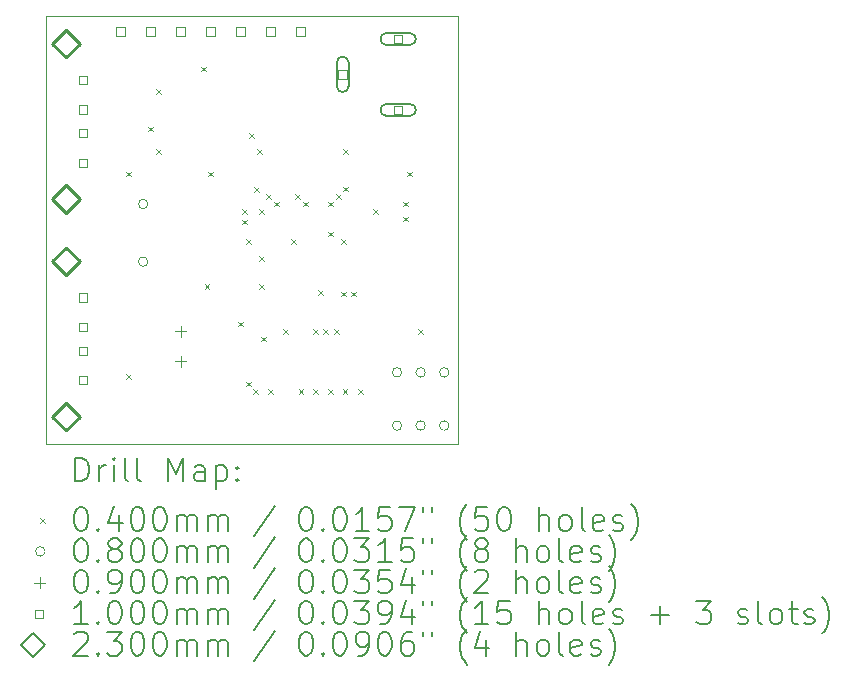
<source format=gbr>
%TF.GenerationSoftware,KiCad,Pcbnew,6.0.8-f2edbf62ab~116~ubuntu22.04.1*%
%TF.CreationDate,2022-10-13T12:47:29+02:00*%
%TF.ProjectId,Dual USB Controller adapter CPC,4475616c-2055-4534-9220-436f6e74726f,0.2*%
%TF.SameCoordinates,Original*%
%TF.FileFunction,Drillmap*%
%TF.FilePolarity,Positive*%
%FSLAX45Y45*%
G04 Gerber Fmt 4.5, Leading zero omitted, Abs format (unit mm)*
G04 Created by KiCad (PCBNEW 6.0.8-f2edbf62ab~116~ubuntu22.04.1) date 2022-10-13 12:47:29*
%MOMM*%
%LPD*%
G01*
G04 APERTURE LIST*
%ADD10C,0.100000*%
%ADD11C,0.200000*%
%ADD12C,0.040000*%
%ADD13C,0.080000*%
%ADD14C,0.090000*%
%ADD15C,0.230000*%
G04 APERTURE END LIST*
D10*
X19939000Y-6286500D02*
X16446500Y-6286500D01*
X19939000Y-9906000D02*
X19939000Y-6286500D01*
X16446500Y-9906000D02*
X19939000Y-9906000D01*
X16446500Y-6286500D02*
X16446500Y-9906000D01*
D11*
D12*
X17125000Y-7600000D02*
X17165000Y-7640000D01*
X17165000Y-7600000D02*
X17125000Y-7640000D01*
X17125000Y-9314500D02*
X17165000Y-9354500D01*
X17165000Y-9314500D02*
X17125000Y-9354500D01*
X17315500Y-7219000D02*
X17355500Y-7259000D01*
X17355500Y-7219000D02*
X17315500Y-7259000D01*
X17379000Y-6901500D02*
X17419000Y-6941500D01*
X17419000Y-6901500D02*
X17379000Y-6941500D01*
X17379001Y-7409500D02*
X17419001Y-7449500D01*
X17419001Y-7409500D02*
X17379001Y-7449500D01*
X17760000Y-6711000D02*
X17800000Y-6751000D01*
X17800000Y-6711000D02*
X17760000Y-6751000D01*
X17791750Y-8552500D02*
X17831750Y-8592500D01*
X17831750Y-8552500D02*
X17791750Y-8592500D01*
X17823500Y-7600000D02*
X17863500Y-7640000D01*
X17863500Y-7600000D02*
X17823500Y-7640000D01*
X18077500Y-8870000D02*
X18117500Y-8910000D01*
X18117500Y-8870000D02*
X18077500Y-8910000D01*
X18109250Y-7917500D02*
X18149250Y-7957500D01*
X18149250Y-7917500D02*
X18109250Y-7957500D01*
X18109250Y-8006400D02*
X18149250Y-8046400D01*
X18149250Y-8006400D02*
X18109250Y-8046400D01*
X18141000Y-8171500D02*
X18181000Y-8211500D01*
X18181000Y-8171500D02*
X18141000Y-8211500D01*
X18141000Y-9378000D02*
X18181000Y-9418000D01*
X18181000Y-9378000D02*
X18141000Y-9418000D01*
X18166400Y-7276150D02*
X18206400Y-7316150D01*
X18206400Y-7276150D02*
X18166400Y-7316150D01*
X18204500Y-9441500D02*
X18244500Y-9481500D01*
X18244500Y-9441500D02*
X18204500Y-9481500D01*
X18210850Y-7733350D02*
X18250850Y-7773350D01*
X18250850Y-7733350D02*
X18210850Y-7773350D01*
X18236250Y-7409500D02*
X18276250Y-7449500D01*
X18276250Y-7409500D02*
X18236250Y-7449500D01*
X18252500Y-7917500D02*
X18292500Y-7957500D01*
X18292500Y-7917500D02*
X18252500Y-7957500D01*
X18252500Y-8317550D02*
X18292500Y-8357550D01*
X18292500Y-8317550D02*
X18252500Y-8357550D01*
X18252500Y-8552500D02*
X18292500Y-8592500D01*
X18292500Y-8552500D02*
X18252500Y-8592500D01*
X18268000Y-8997000D02*
X18308000Y-9037000D01*
X18308000Y-8997000D02*
X18268000Y-9037000D01*
X18312450Y-7790500D02*
X18352450Y-7830500D01*
X18352450Y-7790500D02*
X18312450Y-7830500D01*
X18331500Y-9441500D02*
X18371500Y-9481500D01*
X18371500Y-9441500D02*
X18331500Y-9481500D01*
X18382300Y-7854000D02*
X18422300Y-7894000D01*
X18422300Y-7854000D02*
X18382300Y-7894000D01*
X18458500Y-8933500D02*
X18498500Y-8973500D01*
X18498500Y-8933500D02*
X18458500Y-8973500D01*
X18522000Y-8171500D02*
X18562000Y-8211500D01*
X18562000Y-8171500D02*
X18522000Y-8211500D01*
X18560100Y-7790500D02*
X18600100Y-7830500D01*
X18600100Y-7790500D02*
X18560100Y-7830500D01*
X18587944Y-9443944D02*
X18627944Y-9483944D01*
X18627944Y-9443944D02*
X18587944Y-9483944D01*
X18623600Y-7854000D02*
X18663600Y-7894000D01*
X18663600Y-7854000D02*
X18623600Y-7894000D01*
X18712500Y-8933500D02*
X18752500Y-8973500D01*
X18752500Y-8933500D02*
X18712500Y-8973500D01*
X18712500Y-9441500D02*
X18752500Y-9481500D01*
X18752500Y-9441500D02*
X18712500Y-9481500D01*
X18750600Y-8603300D02*
X18790600Y-8643300D01*
X18790600Y-8603300D02*
X18750600Y-8643300D01*
X18796803Y-8936762D02*
X18836803Y-8976762D01*
X18836803Y-8936762D02*
X18796803Y-8976762D01*
X18839500Y-7854000D02*
X18879500Y-7894000D01*
X18879500Y-7854000D02*
X18839500Y-7894000D01*
X18839500Y-8108000D02*
X18879500Y-8148000D01*
X18879500Y-8108000D02*
X18839500Y-8148000D01*
X18839500Y-9441500D02*
X18879500Y-9481500D01*
X18879500Y-9441500D02*
X18839500Y-9481500D01*
X18890300Y-8933500D02*
X18930300Y-8973500D01*
X18930300Y-8933500D02*
X18890300Y-8973500D01*
X18903000Y-7790500D02*
X18943000Y-7830500D01*
X18943000Y-7790500D02*
X18903000Y-7830500D01*
X18947450Y-8171500D02*
X18987450Y-8211500D01*
X18987450Y-8171500D02*
X18947450Y-8211500D01*
X18947450Y-8616000D02*
X18987450Y-8656000D01*
X18987450Y-8616000D02*
X18947450Y-8656000D01*
X18960500Y-9441500D02*
X19000500Y-9481500D01*
X19000500Y-9441500D02*
X18960500Y-9481500D01*
X18966500Y-7409500D02*
X19006500Y-7449500D01*
X19006500Y-7409500D02*
X18966500Y-7449500D01*
X18966500Y-7727000D02*
X19006500Y-7767000D01*
X19006500Y-7727000D02*
X18966500Y-7767000D01*
X19030000Y-8616000D02*
X19070000Y-8656000D01*
X19070000Y-8616000D02*
X19030000Y-8656000D01*
X19093500Y-9441500D02*
X19133500Y-9481500D01*
X19133500Y-9441500D02*
X19093500Y-9481500D01*
X19220500Y-7917500D02*
X19260500Y-7957500D01*
X19260500Y-7917500D02*
X19220500Y-7957500D01*
X19474500Y-7854000D02*
X19514500Y-7894000D01*
X19514500Y-7854000D02*
X19474500Y-7894000D01*
X19474500Y-7981000D02*
X19514500Y-8021000D01*
X19514500Y-7981000D02*
X19474500Y-8021000D01*
X19504502Y-7599662D02*
X19544502Y-7639662D01*
X19544502Y-7599662D02*
X19504502Y-7639662D01*
X19601500Y-8933500D02*
X19641500Y-8973500D01*
X19641500Y-8933500D02*
X19601500Y-8973500D01*
D13*
X17312000Y-7874000D02*
G75*
G03*
X17312000Y-7874000I-40000J0D01*
G01*
X17312000Y-8362000D02*
G75*
G03*
X17312000Y-8362000I-40000J0D01*
G01*
X19461500Y-9300000D02*
G75*
G03*
X19461500Y-9300000I-40000J0D01*
G01*
X19461500Y-9750000D02*
G75*
G03*
X19461500Y-9750000I-40000J0D01*
G01*
X19661500Y-9300000D02*
G75*
G03*
X19661500Y-9300000I-40000J0D01*
G01*
X19661500Y-9750000D02*
G75*
G03*
X19661500Y-9750000I-40000J0D01*
G01*
X19861500Y-9300000D02*
G75*
G03*
X19861500Y-9300000I-40000J0D01*
G01*
X19861500Y-9750000D02*
G75*
G03*
X19861500Y-9750000I-40000J0D01*
G01*
D14*
X17589500Y-8908500D02*
X17589500Y-8998500D01*
X17544500Y-8953500D02*
X17634500Y-8953500D01*
X17589500Y-9162500D02*
X17589500Y-9252500D01*
X17544500Y-9207500D02*
X17634500Y-9207500D01*
D10*
X16799356Y-6860856D02*
X16799356Y-6790144D01*
X16728644Y-6790144D01*
X16728644Y-6860856D01*
X16799356Y-6860856D01*
X16799356Y-7110856D02*
X16799356Y-7040144D01*
X16728644Y-7040144D01*
X16728644Y-7110856D01*
X16799356Y-7110856D01*
X16799356Y-7310856D02*
X16799356Y-7240144D01*
X16728644Y-7240144D01*
X16728644Y-7310856D01*
X16799356Y-7310856D01*
X16799356Y-7560856D02*
X16799356Y-7490144D01*
X16728644Y-7490144D01*
X16728644Y-7560856D01*
X16799356Y-7560856D01*
X16799356Y-8702356D02*
X16799356Y-8631644D01*
X16728644Y-8631644D01*
X16728644Y-8702356D01*
X16799356Y-8702356D01*
X16799356Y-8952356D02*
X16799356Y-8881644D01*
X16728644Y-8881644D01*
X16728644Y-8952356D01*
X16799356Y-8952356D01*
X16799356Y-9152356D02*
X16799356Y-9081644D01*
X16728644Y-9081644D01*
X16728644Y-9152356D01*
X16799356Y-9152356D01*
X16799356Y-9402356D02*
X16799356Y-9331644D01*
X16728644Y-9331644D01*
X16728644Y-9402356D01*
X16799356Y-9402356D01*
X17116856Y-6448856D02*
X17116856Y-6378144D01*
X17046144Y-6378144D01*
X17046144Y-6448856D01*
X17116856Y-6448856D01*
X17370856Y-6448856D02*
X17370856Y-6378144D01*
X17300144Y-6378144D01*
X17300144Y-6448856D01*
X17370856Y-6448856D01*
X17624856Y-6448856D02*
X17624856Y-6378144D01*
X17554144Y-6378144D01*
X17554144Y-6448856D01*
X17624856Y-6448856D01*
X17878856Y-6448856D02*
X17878856Y-6378144D01*
X17808144Y-6378144D01*
X17808144Y-6448856D01*
X17878856Y-6448856D01*
X18132856Y-6448856D02*
X18132856Y-6378144D01*
X18062144Y-6378144D01*
X18062144Y-6448856D01*
X18132856Y-6448856D01*
X18386856Y-6448856D02*
X18386856Y-6378144D01*
X18316144Y-6378144D01*
X18316144Y-6448856D01*
X18386856Y-6448856D01*
X18640856Y-6448856D02*
X18640856Y-6378144D01*
X18570144Y-6378144D01*
X18570144Y-6448856D01*
X18640856Y-6448856D01*
X18996356Y-6812356D02*
X18996356Y-6741644D01*
X18925644Y-6741644D01*
X18925644Y-6812356D01*
X18996356Y-6812356D01*
D11*
X18911000Y-6677000D02*
X18911000Y-6877000D01*
X19011000Y-6677000D02*
X19011000Y-6877000D01*
X18911000Y-6877000D02*
G75*
G03*
X19011000Y-6877000I50000J0D01*
G01*
X19011000Y-6677000D02*
G75*
G03*
X18911000Y-6677000I-50000J0D01*
G01*
D10*
X19466356Y-6512356D02*
X19466356Y-6441644D01*
X19395644Y-6441644D01*
X19395644Y-6512356D01*
X19466356Y-6512356D01*
D11*
X19531000Y-6427000D02*
X19331000Y-6427000D01*
X19531000Y-6527000D02*
X19331000Y-6527000D01*
X19331000Y-6427000D02*
G75*
G03*
X19331000Y-6527000I0J-50000D01*
G01*
X19531000Y-6527000D02*
G75*
G03*
X19531000Y-6427000I0J50000D01*
G01*
D10*
X19466356Y-7112356D02*
X19466356Y-7041644D01*
X19395644Y-7041644D01*
X19395644Y-7112356D01*
X19466356Y-7112356D01*
D11*
X19531000Y-7027000D02*
X19331000Y-7027000D01*
X19531000Y-7127000D02*
X19331000Y-7127000D01*
X19331000Y-7027000D02*
G75*
G03*
X19331000Y-7127000I0J-50000D01*
G01*
X19531000Y-7127000D02*
G75*
G03*
X19531000Y-7027000I0J50000D01*
G01*
D15*
X16619000Y-6633500D02*
X16734000Y-6518500D01*
X16619000Y-6403500D01*
X16504000Y-6518500D01*
X16619000Y-6633500D01*
X16619000Y-7947500D02*
X16734000Y-7832500D01*
X16619000Y-7717500D01*
X16504000Y-7832500D01*
X16619000Y-7947500D01*
X16619000Y-8475000D02*
X16734000Y-8360000D01*
X16619000Y-8245000D01*
X16504000Y-8360000D01*
X16619000Y-8475000D01*
X16619000Y-9789000D02*
X16734000Y-9674000D01*
X16619000Y-9559000D01*
X16504000Y-9674000D01*
X16619000Y-9789000D01*
D11*
X16699119Y-10221476D02*
X16699119Y-10021476D01*
X16746738Y-10021476D01*
X16775309Y-10031000D01*
X16794357Y-10050048D01*
X16803881Y-10069095D01*
X16813405Y-10107190D01*
X16813405Y-10135762D01*
X16803881Y-10173857D01*
X16794357Y-10192905D01*
X16775309Y-10211952D01*
X16746738Y-10221476D01*
X16699119Y-10221476D01*
X16899119Y-10221476D02*
X16899119Y-10088143D01*
X16899119Y-10126238D02*
X16908643Y-10107190D01*
X16918167Y-10097667D01*
X16937214Y-10088143D01*
X16956262Y-10088143D01*
X17022929Y-10221476D02*
X17022929Y-10088143D01*
X17022929Y-10021476D02*
X17013405Y-10031000D01*
X17022929Y-10040524D01*
X17032452Y-10031000D01*
X17022929Y-10021476D01*
X17022929Y-10040524D01*
X17146738Y-10221476D02*
X17127690Y-10211952D01*
X17118167Y-10192905D01*
X17118167Y-10021476D01*
X17251500Y-10221476D02*
X17232452Y-10211952D01*
X17222929Y-10192905D01*
X17222929Y-10021476D01*
X17480071Y-10221476D02*
X17480071Y-10021476D01*
X17546738Y-10164333D01*
X17613405Y-10021476D01*
X17613405Y-10221476D01*
X17794357Y-10221476D02*
X17794357Y-10116714D01*
X17784833Y-10097667D01*
X17765786Y-10088143D01*
X17727690Y-10088143D01*
X17708643Y-10097667D01*
X17794357Y-10211952D02*
X17775310Y-10221476D01*
X17727690Y-10221476D01*
X17708643Y-10211952D01*
X17699119Y-10192905D01*
X17699119Y-10173857D01*
X17708643Y-10154810D01*
X17727690Y-10145286D01*
X17775310Y-10145286D01*
X17794357Y-10135762D01*
X17889595Y-10088143D02*
X17889595Y-10288143D01*
X17889595Y-10097667D02*
X17908643Y-10088143D01*
X17946738Y-10088143D01*
X17965786Y-10097667D01*
X17975310Y-10107190D01*
X17984833Y-10126238D01*
X17984833Y-10183381D01*
X17975310Y-10202429D01*
X17965786Y-10211952D01*
X17946738Y-10221476D01*
X17908643Y-10221476D01*
X17889595Y-10211952D01*
X18070548Y-10202429D02*
X18080071Y-10211952D01*
X18070548Y-10221476D01*
X18061024Y-10211952D01*
X18070548Y-10202429D01*
X18070548Y-10221476D01*
X18070548Y-10097667D02*
X18080071Y-10107190D01*
X18070548Y-10116714D01*
X18061024Y-10107190D01*
X18070548Y-10097667D01*
X18070548Y-10116714D01*
D12*
X16401500Y-10531000D02*
X16441500Y-10571000D01*
X16441500Y-10531000D02*
X16401500Y-10571000D01*
D11*
X16737214Y-10441476D02*
X16756262Y-10441476D01*
X16775309Y-10451000D01*
X16784833Y-10460524D01*
X16794357Y-10479571D01*
X16803881Y-10517667D01*
X16803881Y-10565286D01*
X16794357Y-10603381D01*
X16784833Y-10622429D01*
X16775309Y-10631952D01*
X16756262Y-10641476D01*
X16737214Y-10641476D01*
X16718167Y-10631952D01*
X16708643Y-10622429D01*
X16699119Y-10603381D01*
X16689595Y-10565286D01*
X16689595Y-10517667D01*
X16699119Y-10479571D01*
X16708643Y-10460524D01*
X16718167Y-10451000D01*
X16737214Y-10441476D01*
X16889595Y-10622429D02*
X16899119Y-10631952D01*
X16889595Y-10641476D01*
X16880071Y-10631952D01*
X16889595Y-10622429D01*
X16889595Y-10641476D01*
X17070548Y-10508143D02*
X17070548Y-10641476D01*
X17022929Y-10431952D02*
X16975310Y-10574810D01*
X17099119Y-10574810D01*
X17213405Y-10441476D02*
X17232452Y-10441476D01*
X17251500Y-10451000D01*
X17261024Y-10460524D01*
X17270548Y-10479571D01*
X17280071Y-10517667D01*
X17280071Y-10565286D01*
X17270548Y-10603381D01*
X17261024Y-10622429D01*
X17251500Y-10631952D01*
X17232452Y-10641476D01*
X17213405Y-10641476D01*
X17194357Y-10631952D01*
X17184833Y-10622429D01*
X17175310Y-10603381D01*
X17165786Y-10565286D01*
X17165786Y-10517667D01*
X17175310Y-10479571D01*
X17184833Y-10460524D01*
X17194357Y-10451000D01*
X17213405Y-10441476D01*
X17403881Y-10441476D02*
X17422929Y-10441476D01*
X17441976Y-10451000D01*
X17451500Y-10460524D01*
X17461024Y-10479571D01*
X17470548Y-10517667D01*
X17470548Y-10565286D01*
X17461024Y-10603381D01*
X17451500Y-10622429D01*
X17441976Y-10631952D01*
X17422929Y-10641476D01*
X17403881Y-10641476D01*
X17384833Y-10631952D01*
X17375310Y-10622429D01*
X17365786Y-10603381D01*
X17356262Y-10565286D01*
X17356262Y-10517667D01*
X17365786Y-10479571D01*
X17375310Y-10460524D01*
X17384833Y-10451000D01*
X17403881Y-10441476D01*
X17556262Y-10641476D02*
X17556262Y-10508143D01*
X17556262Y-10527190D02*
X17565786Y-10517667D01*
X17584833Y-10508143D01*
X17613405Y-10508143D01*
X17632452Y-10517667D01*
X17641976Y-10536714D01*
X17641976Y-10641476D01*
X17641976Y-10536714D02*
X17651500Y-10517667D01*
X17670548Y-10508143D01*
X17699119Y-10508143D01*
X17718167Y-10517667D01*
X17727690Y-10536714D01*
X17727690Y-10641476D01*
X17822929Y-10641476D02*
X17822929Y-10508143D01*
X17822929Y-10527190D02*
X17832452Y-10517667D01*
X17851500Y-10508143D01*
X17880071Y-10508143D01*
X17899119Y-10517667D01*
X17908643Y-10536714D01*
X17908643Y-10641476D01*
X17908643Y-10536714D02*
X17918167Y-10517667D01*
X17937214Y-10508143D01*
X17965786Y-10508143D01*
X17984833Y-10517667D01*
X17994357Y-10536714D01*
X17994357Y-10641476D01*
X18384833Y-10431952D02*
X18213405Y-10689095D01*
X18641976Y-10441476D02*
X18661024Y-10441476D01*
X18680071Y-10451000D01*
X18689595Y-10460524D01*
X18699119Y-10479571D01*
X18708643Y-10517667D01*
X18708643Y-10565286D01*
X18699119Y-10603381D01*
X18689595Y-10622429D01*
X18680071Y-10631952D01*
X18661024Y-10641476D01*
X18641976Y-10641476D01*
X18622929Y-10631952D01*
X18613405Y-10622429D01*
X18603881Y-10603381D01*
X18594357Y-10565286D01*
X18594357Y-10517667D01*
X18603881Y-10479571D01*
X18613405Y-10460524D01*
X18622929Y-10451000D01*
X18641976Y-10441476D01*
X18794357Y-10622429D02*
X18803881Y-10631952D01*
X18794357Y-10641476D01*
X18784833Y-10631952D01*
X18794357Y-10622429D01*
X18794357Y-10641476D01*
X18927690Y-10441476D02*
X18946738Y-10441476D01*
X18965786Y-10451000D01*
X18975310Y-10460524D01*
X18984833Y-10479571D01*
X18994357Y-10517667D01*
X18994357Y-10565286D01*
X18984833Y-10603381D01*
X18975310Y-10622429D01*
X18965786Y-10631952D01*
X18946738Y-10641476D01*
X18927690Y-10641476D01*
X18908643Y-10631952D01*
X18899119Y-10622429D01*
X18889595Y-10603381D01*
X18880071Y-10565286D01*
X18880071Y-10517667D01*
X18889595Y-10479571D01*
X18899119Y-10460524D01*
X18908643Y-10451000D01*
X18927690Y-10441476D01*
X19184833Y-10641476D02*
X19070548Y-10641476D01*
X19127690Y-10641476D02*
X19127690Y-10441476D01*
X19108643Y-10470048D01*
X19089595Y-10489095D01*
X19070548Y-10498619D01*
X19365786Y-10441476D02*
X19270548Y-10441476D01*
X19261024Y-10536714D01*
X19270548Y-10527190D01*
X19289595Y-10517667D01*
X19337214Y-10517667D01*
X19356262Y-10527190D01*
X19365786Y-10536714D01*
X19375310Y-10555762D01*
X19375310Y-10603381D01*
X19365786Y-10622429D01*
X19356262Y-10631952D01*
X19337214Y-10641476D01*
X19289595Y-10641476D01*
X19270548Y-10631952D01*
X19261024Y-10622429D01*
X19441976Y-10441476D02*
X19575310Y-10441476D01*
X19489595Y-10641476D01*
X19641976Y-10441476D02*
X19641976Y-10479571D01*
X19718167Y-10441476D02*
X19718167Y-10479571D01*
X20013405Y-10717667D02*
X20003881Y-10708143D01*
X19984833Y-10679571D01*
X19975310Y-10660524D01*
X19965786Y-10631952D01*
X19956262Y-10584333D01*
X19956262Y-10546238D01*
X19965786Y-10498619D01*
X19975310Y-10470048D01*
X19984833Y-10451000D01*
X20003881Y-10422429D01*
X20013405Y-10412905D01*
X20184833Y-10441476D02*
X20089595Y-10441476D01*
X20080071Y-10536714D01*
X20089595Y-10527190D01*
X20108643Y-10517667D01*
X20156262Y-10517667D01*
X20175310Y-10527190D01*
X20184833Y-10536714D01*
X20194357Y-10555762D01*
X20194357Y-10603381D01*
X20184833Y-10622429D01*
X20175310Y-10631952D01*
X20156262Y-10641476D01*
X20108643Y-10641476D01*
X20089595Y-10631952D01*
X20080071Y-10622429D01*
X20318167Y-10441476D02*
X20337214Y-10441476D01*
X20356262Y-10451000D01*
X20365786Y-10460524D01*
X20375310Y-10479571D01*
X20384833Y-10517667D01*
X20384833Y-10565286D01*
X20375310Y-10603381D01*
X20365786Y-10622429D01*
X20356262Y-10631952D01*
X20337214Y-10641476D01*
X20318167Y-10641476D01*
X20299119Y-10631952D01*
X20289595Y-10622429D01*
X20280071Y-10603381D01*
X20270548Y-10565286D01*
X20270548Y-10517667D01*
X20280071Y-10479571D01*
X20289595Y-10460524D01*
X20299119Y-10451000D01*
X20318167Y-10441476D01*
X20622929Y-10641476D02*
X20622929Y-10441476D01*
X20708643Y-10641476D02*
X20708643Y-10536714D01*
X20699119Y-10517667D01*
X20680071Y-10508143D01*
X20651500Y-10508143D01*
X20632452Y-10517667D01*
X20622929Y-10527190D01*
X20832452Y-10641476D02*
X20813405Y-10631952D01*
X20803881Y-10622429D01*
X20794357Y-10603381D01*
X20794357Y-10546238D01*
X20803881Y-10527190D01*
X20813405Y-10517667D01*
X20832452Y-10508143D01*
X20861024Y-10508143D01*
X20880071Y-10517667D01*
X20889595Y-10527190D01*
X20899119Y-10546238D01*
X20899119Y-10603381D01*
X20889595Y-10622429D01*
X20880071Y-10631952D01*
X20861024Y-10641476D01*
X20832452Y-10641476D01*
X21013405Y-10641476D02*
X20994357Y-10631952D01*
X20984833Y-10612905D01*
X20984833Y-10441476D01*
X21165786Y-10631952D02*
X21146738Y-10641476D01*
X21108643Y-10641476D01*
X21089595Y-10631952D01*
X21080071Y-10612905D01*
X21080071Y-10536714D01*
X21089595Y-10517667D01*
X21108643Y-10508143D01*
X21146738Y-10508143D01*
X21165786Y-10517667D01*
X21175310Y-10536714D01*
X21175310Y-10555762D01*
X21080071Y-10574810D01*
X21251500Y-10631952D02*
X21270548Y-10641476D01*
X21308643Y-10641476D01*
X21327690Y-10631952D01*
X21337214Y-10612905D01*
X21337214Y-10603381D01*
X21327690Y-10584333D01*
X21308643Y-10574810D01*
X21280071Y-10574810D01*
X21261024Y-10565286D01*
X21251500Y-10546238D01*
X21251500Y-10536714D01*
X21261024Y-10517667D01*
X21280071Y-10508143D01*
X21308643Y-10508143D01*
X21327690Y-10517667D01*
X21403881Y-10717667D02*
X21413405Y-10708143D01*
X21432452Y-10679571D01*
X21441976Y-10660524D01*
X21451500Y-10631952D01*
X21461024Y-10584333D01*
X21461024Y-10546238D01*
X21451500Y-10498619D01*
X21441976Y-10470048D01*
X21432452Y-10451000D01*
X21413405Y-10422429D01*
X21403881Y-10412905D01*
D13*
X16441500Y-10815000D02*
G75*
G03*
X16441500Y-10815000I-40000J0D01*
G01*
D11*
X16737214Y-10705476D02*
X16756262Y-10705476D01*
X16775309Y-10715000D01*
X16784833Y-10724524D01*
X16794357Y-10743571D01*
X16803881Y-10781667D01*
X16803881Y-10829286D01*
X16794357Y-10867381D01*
X16784833Y-10886429D01*
X16775309Y-10895952D01*
X16756262Y-10905476D01*
X16737214Y-10905476D01*
X16718167Y-10895952D01*
X16708643Y-10886429D01*
X16699119Y-10867381D01*
X16689595Y-10829286D01*
X16689595Y-10781667D01*
X16699119Y-10743571D01*
X16708643Y-10724524D01*
X16718167Y-10715000D01*
X16737214Y-10705476D01*
X16889595Y-10886429D02*
X16899119Y-10895952D01*
X16889595Y-10905476D01*
X16880071Y-10895952D01*
X16889595Y-10886429D01*
X16889595Y-10905476D01*
X17013405Y-10791190D02*
X16994357Y-10781667D01*
X16984833Y-10772143D01*
X16975310Y-10753095D01*
X16975310Y-10743571D01*
X16984833Y-10724524D01*
X16994357Y-10715000D01*
X17013405Y-10705476D01*
X17051500Y-10705476D01*
X17070548Y-10715000D01*
X17080071Y-10724524D01*
X17089595Y-10743571D01*
X17089595Y-10753095D01*
X17080071Y-10772143D01*
X17070548Y-10781667D01*
X17051500Y-10791190D01*
X17013405Y-10791190D01*
X16994357Y-10800714D01*
X16984833Y-10810238D01*
X16975310Y-10829286D01*
X16975310Y-10867381D01*
X16984833Y-10886429D01*
X16994357Y-10895952D01*
X17013405Y-10905476D01*
X17051500Y-10905476D01*
X17070548Y-10895952D01*
X17080071Y-10886429D01*
X17089595Y-10867381D01*
X17089595Y-10829286D01*
X17080071Y-10810238D01*
X17070548Y-10800714D01*
X17051500Y-10791190D01*
X17213405Y-10705476D02*
X17232452Y-10705476D01*
X17251500Y-10715000D01*
X17261024Y-10724524D01*
X17270548Y-10743571D01*
X17280071Y-10781667D01*
X17280071Y-10829286D01*
X17270548Y-10867381D01*
X17261024Y-10886429D01*
X17251500Y-10895952D01*
X17232452Y-10905476D01*
X17213405Y-10905476D01*
X17194357Y-10895952D01*
X17184833Y-10886429D01*
X17175310Y-10867381D01*
X17165786Y-10829286D01*
X17165786Y-10781667D01*
X17175310Y-10743571D01*
X17184833Y-10724524D01*
X17194357Y-10715000D01*
X17213405Y-10705476D01*
X17403881Y-10705476D02*
X17422929Y-10705476D01*
X17441976Y-10715000D01*
X17451500Y-10724524D01*
X17461024Y-10743571D01*
X17470548Y-10781667D01*
X17470548Y-10829286D01*
X17461024Y-10867381D01*
X17451500Y-10886429D01*
X17441976Y-10895952D01*
X17422929Y-10905476D01*
X17403881Y-10905476D01*
X17384833Y-10895952D01*
X17375310Y-10886429D01*
X17365786Y-10867381D01*
X17356262Y-10829286D01*
X17356262Y-10781667D01*
X17365786Y-10743571D01*
X17375310Y-10724524D01*
X17384833Y-10715000D01*
X17403881Y-10705476D01*
X17556262Y-10905476D02*
X17556262Y-10772143D01*
X17556262Y-10791190D02*
X17565786Y-10781667D01*
X17584833Y-10772143D01*
X17613405Y-10772143D01*
X17632452Y-10781667D01*
X17641976Y-10800714D01*
X17641976Y-10905476D01*
X17641976Y-10800714D02*
X17651500Y-10781667D01*
X17670548Y-10772143D01*
X17699119Y-10772143D01*
X17718167Y-10781667D01*
X17727690Y-10800714D01*
X17727690Y-10905476D01*
X17822929Y-10905476D02*
X17822929Y-10772143D01*
X17822929Y-10791190D02*
X17832452Y-10781667D01*
X17851500Y-10772143D01*
X17880071Y-10772143D01*
X17899119Y-10781667D01*
X17908643Y-10800714D01*
X17908643Y-10905476D01*
X17908643Y-10800714D02*
X17918167Y-10781667D01*
X17937214Y-10772143D01*
X17965786Y-10772143D01*
X17984833Y-10781667D01*
X17994357Y-10800714D01*
X17994357Y-10905476D01*
X18384833Y-10695952D02*
X18213405Y-10953095D01*
X18641976Y-10705476D02*
X18661024Y-10705476D01*
X18680071Y-10715000D01*
X18689595Y-10724524D01*
X18699119Y-10743571D01*
X18708643Y-10781667D01*
X18708643Y-10829286D01*
X18699119Y-10867381D01*
X18689595Y-10886429D01*
X18680071Y-10895952D01*
X18661024Y-10905476D01*
X18641976Y-10905476D01*
X18622929Y-10895952D01*
X18613405Y-10886429D01*
X18603881Y-10867381D01*
X18594357Y-10829286D01*
X18594357Y-10781667D01*
X18603881Y-10743571D01*
X18613405Y-10724524D01*
X18622929Y-10715000D01*
X18641976Y-10705476D01*
X18794357Y-10886429D02*
X18803881Y-10895952D01*
X18794357Y-10905476D01*
X18784833Y-10895952D01*
X18794357Y-10886429D01*
X18794357Y-10905476D01*
X18927690Y-10705476D02*
X18946738Y-10705476D01*
X18965786Y-10715000D01*
X18975310Y-10724524D01*
X18984833Y-10743571D01*
X18994357Y-10781667D01*
X18994357Y-10829286D01*
X18984833Y-10867381D01*
X18975310Y-10886429D01*
X18965786Y-10895952D01*
X18946738Y-10905476D01*
X18927690Y-10905476D01*
X18908643Y-10895952D01*
X18899119Y-10886429D01*
X18889595Y-10867381D01*
X18880071Y-10829286D01*
X18880071Y-10781667D01*
X18889595Y-10743571D01*
X18899119Y-10724524D01*
X18908643Y-10715000D01*
X18927690Y-10705476D01*
X19061024Y-10705476D02*
X19184833Y-10705476D01*
X19118167Y-10781667D01*
X19146738Y-10781667D01*
X19165786Y-10791190D01*
X19175310Y-10800714D01*
X19184833Y-10819762D01*
X19184833Y-10867381D01*
X19175310Y-10886429D01*
X19165786Y-10895952D01*
X19146738Y-10905476D01*
X19089595Y-10905476D01*
X19070548Y-10895952D01*
X19061024Y-10886429D01*
X19375310Y-10905476D02*
X19261024Y-10905476D01*
X19318167Y-10905476D02*
X19318167Y-10705476D01*
X19299119Y-10734048D01*
X19280071Y-10753095D01*
X19261024Y-10762619D01*
X19556262Y-10705476D02*
X19461024Y-10705476D01*
X19451500Y-10800714D01*
X19461024Y-10791190D01*
X19480071Y-10781667D01*
X19527690Y-10781667D01*
X19546738Y-10791190D01*
X19556262Y-10800714D01*
X19565786Y-10819762D01*
X19565786Y-10867381D01*
X19556262Y-10886429D01*
X19546738Y-10895952D01*
X19527690Y-10905476D01*
X19480071Y-10905476D01*
X19461024Y-10895952D01*
X19451500Y-10886429D01*
X19641976Y-10705476D02*
X19641976Y-10743571D01*
X19718167Y-10705476D02*
X19718167Y-10743571D01*
X20013405Y-10981667D02*
X20003881Y-10972143D01*
X19984833Y-10943571D01*
X19975310Y-10924524D01*
X19965786Y-10895952D01*
X19956262Y-10848333D01*
X19956262Y-10810238D01*
X19965786Y-10762619D01*
X19975310Y-10734048D01*
X19984833Y-10715000D01*
X20003881Y-10686429D01*
X20013405Y-10676905D01*
X20118167Y-10791190D02*
X20099119Y-10781667D01*
X20089595Y-10772143D01*
X20080071Y-10753095D01*
X20080071Y-10743571D01*
X20089595Y-10724524D01*
X20099119Y-10715000D01*
X20118167Y-10705476D01*
X20156262Y-10705476D01*
X20175310Y-10715000D01*
X20184833Y-10724524D01*
X20194357Y-10743571D01*
X20194357Y-10753095D01*
X20184833Y-10772143D01*
X20175310Y-10781667D01*
X20156262Y-10791190D01*
X20118167Y-10791190D01*
X20099119Y-10800714D01*
X20089595Y-10810238D01*
X20080071Y-10829286D01*
X20080071Y-10867381D01*
X20089595Y-10886429D01*
X20099119Y-10895952D01*
X20118167Y-10905476D01*
X20156262Y-10905476D01*
X20175310Y-10895952D01*
X20184833Y-10886429D01*
X20194357Y-10867381D01*
X20194357Y-10829286D01*
X20184833Y-10810238D01*
X20175310Y-10800714D01*
X20156262Y-10791190D01*
X20432452Y-10905476D02*
X20432452Y-10705476D01*
X20518167Y-10905476D02*
X20518167Y-10800714D01*
X20508643Y-10781667D01*
X20489595Y-10772143D01*
X20461024Y-10772143D01*
X20441976Y-10781667D01*
X20432452Y-10791190D01*
X20641976Y-10905476D02*
X20622929Y-10895952D01*
X20613405Y-10886429D01*
X20603881Y-10867381D01*
X20603881Y-10810238D01*
X20613405Y-10791190D01*
X20622929Y-10781667D01*
X20641976Y-10772143D01*
X20670548Y-10772143D01*
X20689595Y-10781667D01*
X20699119Y-10791190D01*
X20708643Y-10810238D01*
X20708643Y-10867381D01*
X20699119Y-10886429D01*
X20689595Y-10895952D01*
X20670548Y-10905476D01*
X20641976Y-10905476D01*
X20822929Y-10905476D02*
X20803881Y-10895952D01*
X20794357Y-10876905D01*
X20794357Y-10705476D01*
X20975310Y-10895952D02*
X20956262Y-10905476D01*
X20918167Y-10905476D01*
X20899119Y-10895952D01*
X20889595Y-10876905D01*
X20889595Y-10800714D01*
X20899119Y-10781667D01*
X20918167Y-10772143D01*
X20956262Y-10772143D01*
X20975310Y-10781667D01*
X20984833Y-10800714D01*
X20984833Y-10819762D01*
X20889595Y-10838810D01*
X21061024Y-10895952D02*
X21080071Y-10905476D01*
X21118167Y-10905476D01*
X21137214Y-10895952D01*
X21146738Y-10876905D01*
X21146738Y-10867381D01*
X21137214Y-10848333D01*
X21118167Y-10838810D01*
X21089595Y-10838810D01*
X21070548Y-10829286D01*
X21061024Y-10810238D01*
X21061024Y-10800714D01*
X21070548Y-10781667D01*
X21089595Y-10772143D01*
X21118167Y-10772143D01*
X21137214Y-10781667D01*
X21213405Y-10981667D02*
X21222929Y-10972143D01*
X21241976Y-10943571D01*
X21251500Y-10924524D01*
X21261024Y-10895952D01*
X21270548Y-10848333D01*
X21270548Y-10810238D01*
X21261024Y-10762619D01*
X21251500Y-10734048D01*
X21241976Y-10715000D01*
X21222929Y-10686429D01*
X21213405Y-10676905D01*
D14*
X16396500Y-11034000D02*
X16396500Y-11124000D01*
X16351500Y-11079000D02*
X16441500Y-11079000D01*
D11*
X16737214Y-10969476D02*
X16756262Y-10969476D01*
X16775309Y-10979000D01*
X16784833Y-10988524D01*
X16794357Y-11007571D01*
X16803881Y-11045667D01*
X16803881Y-11093286D01*
X16794357Y-11131381D01*
X16784833Y-11150429D01*
X16775309Y-11159952D01*
X16756262Y-11169476D01*
X16737214Y-11169476D01*
X16718167Y-11159952D01*
X16708643Y-11150429D01*
X16699119Y-11131381D01*
X16689595Y-11093286D01*
X16689595Y-11045667D01*
X16699119Y-11007571D01*
X16708643Y-10988524D01*
X16718167Y-10979000D01*
X16737214Y-10969476D01*
X16889595Y-11150429D02*
X16899119Y-11159952D01*
X16889595Y-11169476D01*
X16880071Y-11159952D01*
X16889595Y-11150429D01*
X16889595Y-11169476D01*
X16994357Y-11169476D02*
X17032452Y-11169476D01*
X17051500Y-11159952D01*
X17061024Y-11150429D01*
X17080071Y-11121857D01*
X17089595Y-11083762D01*
X17089595Y-11007571D01*
X17080071Y-10988524D01*
X17070548Y-10979000D01*
X17051500Y-10969476D01*
X17013405Y-10969476D01*
X16994357Y-10979000D01*
X16984833Y-10988524D01*
X16975310Y-11007571D01*
X16975310Y-11055190D01*
X16984833Y-11074238D01*
X16994357Y-11083762D01*
X17013405Y-11093286D01*
X17051500Y-11093286D01*
X17070548Y-11083762D01*
X17080071Y-11074238D01*
X17089595Y-11055190D01*
X17213405Y-10969476D02*
X17232452Y-10969476D01*
X17251500Y-10979000D01*
X17261024Y-10988524D01*
X17270548Y-11007571D01*
X17280071Y-11045667D01*
X17280071Y-11093286D01*
X17270548Y-11131381D01*
X17261024Y-11150429D01*
X17251500Y-11159952D01*
X17232452Y-11169476D01*
X17213405Y-11169476D01*
X17194357Y-11159952D01*
X17184833Y-11150429D01*
X17175310Y-11131381D01*
X17165786Y-11093286D01*
X17165786Y-11045667D01*
X17175310Y-11007571D01*
X17184833Y-10988524D01*
X17194357Y-10979000D01*
X17213405Y-10969476D01*
X17403881Y-10969476D02*
X17422929Y-10969476D01*
X17441976Y-10979000D01*
X17451500Y-10988524D01*
X17461024Y-11007571D01*
X17470548Y-11045667D01*
X17470548Y-11093286D01*
X17461024Y-11131381D01*
X17451500Y-11150429D01*
X17441976Y-11159952D01*
X17422929Y-11169476D01*
X17403881Y-11169476D01*
X17384833Y-11159952D01*
X17375310Y-11150429D01*
X17365786Y-11131381D01*
X17356262Y-11093286D01*
X17356262Y-11045667D01*
X17365786Y-11007571D01*
X17375310Y-10988524D01*
X17384833Y-10979000D01*
X17403881Y-10969476D01*
X17556262Y-11169476D02*
X17556262Y-11036143D01*
X17556262Y-11055190D02*
X17565786Y-11045667D01*
X17584833Y-11036143D01*
X17613405Y-11036143D01*
X17632452Y-11045667D01*
X17641976Y-11064714D01*
X17641976Y-11169476D01*
X17641976Y-11064714D02*
X17651500Y-11045667D01*
X17670548Y-11036143D01*
X17699119Y-11036143D01*
X17718167Y-11045667D01*
X17727690Y-11064714D01*
X17727690Y-11169476D01*
X17822929Y-11169476D02*
X17822929Y-11036143D01*
X17822929Y-11055190D02*
X17832452Y-11045667D01*
X17851500Y-11036143D01*
X17880071Y-11036143D01*
X17899119Y-11045667D01*
X17908643Y-11064714D01*
X17908643Y-11169476D01*
X17908643Y-11064714D02*
X17918167Y-11045667D01*
X17937214Y-11036143D01*
X17965786Y-11036143D01*
X17984833Y-11045667D01*
X17994357Y-11064714D01*
X17994357Y-11169476D01*
X18384833Y-10959952D02*
X18213405Y-11217095D01*
X18641976Y-10969476D02*
X18661024Y-10969476D01*
X18680071Y-10979000D01*
X18689595Y-10988524D01*
X18699119Y-11007571D01*
X18708643Y-11045667D01*
X18708643Y-11093286D01*
X18699119Y-11131381D01*
X18689595Y-11150429D01*
X18680071Y-11159952D01*
X18661024Y-11169476D01*
X18641976Y-11169476D01*
X18622929Y-11159952D01*
X18613405Y-11150429D01*
X18603881Y-11131381D01*
X18594357Y-11093286D01*
X18594357Y-11045667D01*
X18603881Y-11007571D01*
X18613405Y-10988524D01*
X18622929Y-10979000D01*
X18641976Y-10969476D01*
X18794357Y-11150429D02*
X18803881Y-11159952D01*
X18794357Y-11169476D01*
X18784833Y-11159952D01*
X18794357Y-11150429D01*
X18794357Y-11169476D01*
X18927690Y-10969476D02*
X18946738Y-10969476D01*
X18965786Y-10979000D01*
X18975310Y-10988524D01*
X18984833Y-11007571D01*
X18994357Y-11045667D01*
X18994357Y-11093286D01*
X18984833Y-11131381D01*
X18975310Y-11150429D01*
X18965786Y-11159952D01*
X18946738Y-11169476D01*
X18927690Y-11169476D01*
X18908643Y-11159952D01*
X18899119Y-11150429D01*
X18889595Y-11131381D01*
X18880071Y-11093286D01*
X18880071Y-11045667D01*
X18889595Y-11007571D01*
X18899119Y-10988524D01*
X18908643Y-10979000D01*
X18927690Y-10969476D01*
X19061024Y-10969476D02*
X19184833Y-10969476D01*
X19118167Y-11045667D01*
X19146738Y-11045667D01*
X19165786Y-11055190D01*
X19175310Y-11064714D01*
X19184833Y-11083762D01*
X19184833Y-11131381D01*
X19175310Y-11150429D01*
X19165786Y-11159952D01*
X19146738Y-11169476D01*
X19089595Y-11169476D01*
X19070548Y-11159952D01*
X19061024Y-11150429D01*
X19365786Y-10969476D02*
X19270548Y-10969476D01*
X19261024Y-11064714D01*
X19270548Y-11055190D01*
X19289595Y-11045667D01*
X19337214Y-11045667D01*
X19356262Y-11055190D01*
X19365786Y-11064714D01*
X19375310Y-11083762D01*
X19375310Y-11131381D01*
X19365786Y-11150429D01*
X19356262Y-11159952D01*
X19337214Y-11169476D01*
X19289595Y-11169476D01*
X19270548Y-11159952D01*
X19261024Y-11150429D01*
X19546738Y-11036143D02*
X19546738Y-11169476D01*
X19499119Y-10959952D02*
X19451500Y-11102810D01*
X19575310Y-11102810D01*
X19641976Y-10969476D02*
X19641976Y-11007571D01*
X19718167Y-10969476D02*
X19718167Y-11007571D01*
X20013405Y-11245667D02*
X20003881Y-11236143D01*
X19984833Y-11207571D01*
X19975310Y-11188524D01*
X19965786Y-11159952D01*
X19956262Y-11112333D01*
X19956262Y-11074238D01*
X19965786Y-11026619D01*
X19975310Y-10998048D01*
X19984833Y-10979000D01*
X20003881Y-10950429D01*
X20013405Y-10940905D01*
X20080071Y-10988524D02*
X20089595Y-10979000D01*
X20108643Y-10969476D01*
X20156262Y-10969476D01*
X20175310Y-10979000D01*
X20184833Y-10988524D01*
X20194357Y-11007571D01*
X20194357Y-11026619D01*
X20184833Y-11055190D01*
X20070548Y-11169476D01*
X20194357Y-11169476D01*
X20432452Y-11169476D02*
X20432452Y-10969476D01*
X20518167Y-11169476D02*
X20518167Y-11064714D01*
X20508643Y-11045667D01*
X20489595Y-11036143D01*
X20461024Y-11036143D01*
X20441976Y-11045667D01*
X20432452Y-11055190D01*
X20641976Y-11169476D02*
X20622929Y-11159952D01*
X20613405Y-11150429D01*
X20603881Y-11131381D01*
X20603881Y-11074238D01*
X20613405Y-11055190D01*
X20622929Y-11045667D01*
X20641976Y-11036143D01*
X20670548Y-11036143D01*
X20689595Y-11045667D01*
X20699119Y-11055190D01*
X20708643Y-11074238D01*
X20708643Y-11131381D01*
X20699119Y-11150429D01*
X20689595Y-11159952D01*
X20670548Y-11169476D01*
X20641976Y-11169476D01*
X20822929Y-11169476D02*
X20803881Y-11159952D01*
X20794357Y-11140905D01*
X20794357Y-10969476D01*
X20975310Y-11159952D02*
X20956262Y-11169476D01*
X20918167Y-11169476D01*
X20899119Y-11159952D01*
X20889595Y-11140905D01*
X20889595Y-11064714D01*
X20899119Y-11045667D01*
X20918167Y-11036143D01*
X20956262Y-11036143D01*
X20975310Y-11045667D01*
X20984833Y-11064714D01*
X20984833Y-11083762D01*
X20889595Y-11102810D01*
X21061024Y-11159952D02*
X21080071Y-11169476D01*
X21118167Y-11169476D01*
X21137214Y-11159952D01*
X21146738Y-11140905D01*
X21146738Y-11131381D01*
X21137214Y-11112333D01*
X21118167Y-11102810D01*
X21089595Y-11102810D01*
X21070548Y-11093286D01*
X21061024Y-11074238D01*
X21061024Y-11064714D01*
X21070548Y-11045667D01*
X21089595Y-11036143D01*
X21118167Y-11036143D01*
X21137214Y-11045667D01*
X21213405Y-11245667D02*
X21222929Y-11236143D01*
X21241976Y-11207571D01*
X21251500Y-11188524D01*
X21261024Y-11159952D01*
X21270548Y-11112333D01*
X21270548Y-11074238D01*
X21261024Y-11026619D01*
X21251500Y-10998048D01*
X21241976Y-10979000D01*
X21222929Y-10950429D01*
X21213405Y-10940905D01*
D10*
X16426856Y-11378356D02*
X16426856Y-11307644D01*
X16356144Y-11307644D01*
X16356144Y-11378356D01*
X16426856Y-11378356D01*
D11*
X16803881Y-11433476D02*
X16689595Y-11433476D01*
X16746738Y-11433476D02*
X16746738Y-11233476D01*
X16727690Y-11262048D01*
X16708643Y-11281095D01*
X16689595Y-11290619D01*
X16889595Y-11414428D02*
X16899119Y-11423952D01*
X16889595Y-11433476D01*
X16880071Y-11423952D01*
X16889595Y-11414428D01*
X16889595Y-11433476D01*
X17022929Y-11233476D02*
X17041976Y-11233476D01*
X17061024Y-11243000D01*
X17070548Y-11252524D01*
X17080071Y-11271571D01*
X17089595Y-11309667D01*
X17089595Y-11357286D01*
X17080071Y-11395381D01*
X17070548Y-11414428D01*
X17061024Y-11423952D01*
X17041976Y-11433476D01*
X17022929Y-11433476D01*
X17003881Y-11423952D01*
X16994357Y-11414428D01*
X16984833Y-11395381D01*
X16975310Y-11357286D01*
X16975310Y-11309667D01*
X16984833Y-11271571D01*
X16994357Y-11252524D01*
X17003881Y-11243000D01*
X17022929Y-11233476D01*
X17213405Y-11233476D02*
X17232452Y-11233476D01*
X17251500Y-11243000D01*
X17261024Y-11252524D01*
X17270548Y-11271571D01*
X17280071Y-11309667D01*
X17280071Y-11357286D01*
X17270548Y-11395381D01*
X17261024Y-11414428D01*
X17251500Y-11423952D01*
X17232452Y-11433476D01*
X17213405Y-11433476D01*
X17194357Y-11423952D01*
X17184833Y-11414428D01*
X17175310Y-11395381D01*
X17165786Y-11357286D01*
X17165786Y-11309667D01*
X17175310Y-11271571D01*
X17184833Y-11252524D01*
X17194357Y-11243000D01*
X17213405Y-11233476D01*
X17403881Y-11233476D02*
X17422929Y-11233476D01*
X17441976Y-11243000D01*
X17451500Y-11252524D01*
X17461024Y-11271571D01*
X17470548Y-11309667D01*
X17470548Y-11357286D01*
X17461024Y-11395381D01*
X17451500Y-11414428D01*
X17441976Y-11423952D01*
X17422929Y-11433476D01*
X17403881Y-11433476D01*
X17384833Y-11423952D01*
X17375310Y-11414428D01*
X17365786Y-11395381D01*
X17356262Y-11357286D01*
X17356262Y-11309667D01*
X17365786Y-11271571D01*
X17375310Y-11252524D01*
X17384833Y-11243000D01*
X17403881Y-11233476D01*
X17556262Y-11433476D02*
X17556262Y-11300143D01*
X17556262Y-11319190D02*
X17565786Y-11309667D01*
X17584833Y-11300143D01*
X17613405Y-11300143D01*
X17632452Y-11309667D01*
X17641976Y-11328714D01*
X17641976Y-11433476D01*
X17641976Y-11328714D02*
X17651500Y-11309667D01*
X17670548Y-11300143D01*
X17699119Y-11300143D01*
X17718167Y-11309667D01*
X17727690Y-11328714D01*
X17727690Y-11433476D01*
X17822929Y-11433476D02*
X17822929Y-11300143D01*
X17822929Y-11319190D02*
X17832452Y-11309667D01*
X17851500Y-11300143D01*
X17880071Y-11300143D01*
X17899119Y-11309667D01*
X17908643Y-11328714D01*
X17908643Y-11433476D01*
X17908643Y-11328714D02*
X17918167Y-11309667D01*
X17937214Y-11300143D01*
X17965786Y-11300143D01*
X17984833Y-11309667D01*
X17994357Y-11328714D01*
X17994357Y-11433476D01*
X18384833Y-11223952D02*
X18213405Y-11481095D01*
X18641976Y-11233476D02*
X18661024Y-11233476D01*
X18680071Y-11243000D01*
X18689595Y-11252524D01*
X18699119Y-11271571D01*
X18708643Y-11309667D01*
X18708643Y-11357286D01*
X18699119Y-11395381D01*
X18689595Y-11414428D01*
X18680071Y-11423952D01*
X18661024Y-11433476D01*
X18641976Y-11433476D01*
X18622929Y-11423952D01*
X18613405Y-11414428D01*
X18603881Y-11395381D01*
X18594357Y-11357286D01*
X18594357Y-11309667D01*
X18603881Y-11271571D01*
X18613405Y-11252524D01*
X18622929Y-11243000D01*
X18641976Y-11233476D01*
X18794357Y-11414428D02*
X18803881Y-11423952D01*
X18794357Y-11433476D01*
X18784833Y-11423952D01*
X18794357Y-11414428D01*
X18794357Y-11433476D01*
X18927690Y-11233476D02*
X18946738Y-11233476D01*
X18965786Y-11243000D01*
X18975310Y-11252524D01*
X18984833Y-11271571D01*
X18994357Y-11309667D01*
X18994357Y-11357286D01*
X18984833Y-11395381D01*
X18975310Y-11414428D01*
X18965786Y-11423952D01*
X18946738Y-11433476D01*
X18927690Y-11433476D01*
X18908643Y-11423952D01*
X18899119Y-11414428D01*
X18889595Y-11395381D01*
X18880071Y-11357286D01*
X18880071Y-11309667D01*
X18889595Y-11271571D01*
X18899119Y-11252524D01*
X18908643Y-11243000D01*
X18927690Y-11233476D01*
X19061024Y-11233476D02*
X19184833Y-11233476D01*
X19118167Y-11309667D01*
X19146738Y-11309667D01*
X19165786Y-11319190D01*
X19175310Y-11328714D01*
X19184833Y-11347762D01*
X19184833Y-11395381D01*
X19175310Y-11414428D01*
X19165786Y-11423952D01*
X19146738Y-11433476D01*
X19089595Y-11433476D01*
X19070548Y-11423952D01*
X19061024Y-11414428D01*
X19280071Y-11433476D02*
X19318167Y-11433476D01*
X19337214Y-11423952D01*
X19346738Y-11414428D01*
X19365786Y-11385857D01*
X19375310Y-11347762D01*
X19375310Y-11271571D01*
X19365786Y-11252524D01*
X19356262Y-11243000D01*
X19337214Y-11233476D01*
X19299119Y-11233476D01*
X19280071Y-11243000D01*
X19270548Y-11252524D01*
X19261024Y-11271571D01*
X19261024Y-11319190D01*
X19270548Y-11338238D01*
X19280071Y-11347762D01*
X19299119Y-11357286D01*
X19337214Y-11357286D01*
X19356262Y-11347762D01*
X19365786Y-11338238D01*
X19375310Y-11319190D01*
X19546738Y-11300143D02*
X19546738Y-11433476D01*
X19499119Y-11223952D02*
X19451500Y-11366809D01*
X19575310Y-11366809D01*
X19641976Y-11233476D02*
X19641976Y-11271571D01*
X19718167Y-11233476D02*
X19718167Y-11271571D01*
X20013405Y-11509667D02*
X20003881Y-11500143D01*
X19984833Y-11471571D01*
X19975310Y-11452524D01*
X19965786Y-11423952D01*
X19956262Y-11376333D01*
X19956262Y-11338238D01*
X19965786Y-11290619D01*
X19975310Y-11262048D01*
X19984833Y-11243000D01*
X20003881Y-11214428D01*
X20013405Y-11204905D01*
X20194357Y-11433476D02*
X20080071Y-11433476D01*
X20137214Y-11433476D02*
X20137214Y-11233476D01*
X20118167Y-11262048D01*
X20099119Y-11281095D01*
X20080071Y-11290619D01*
X20375310Y-11233476D02*
X20280071Y-11233476D01*
X20270548Y-11328714D01*
X20280071Y-11319190D01*
X20299119Y-11309667D01*
X20346738Y-11309667D01*
X20365786Y-11319190D01*
X20375310Y-11328714D01*
X20384833Y-11347762D01*
X20384833Y-11395381D01*
X20375310Y-11414428D01*
X20365786Y-11423952D01*
X20346738Y-11433476D01*
X20299119Y-11433476D01*
X20280071Y-11423952D01*
X20270548Y-11414428D01*
X20622929Y-11433476D02*
X20622929Y-11233476D01*
X20708643Y-11433476D02*
X20708643Y-11328714D01*
X20699119Y-11309667D01*
X20680071Y-11300143D01*
X20651500Y-11300143D01*
X20632452Y-11309667D01*
X20622929Y-11319190D01*
X20832452Y-11433476D02*
X20813405Y-11423952D01*
X20803881Y-11414428D01*
X20794357Y-11395381D01*
X20794357Y-11338238D01*
X20803881Y-11319190D01*
X20813405Y-11309667D01*
X20832452Y-11300143D01*
X20861024Y-11300143D01*
X20880071Y-11309667D01*
X20889595Y-11319190D01*
X20899119Y-11338238D01*
X20899119Y-11395381D01*
X20889595Y-11414428D01*
X20880071Y-11423952D01*
X20861024Y-11433476D01*
X20832452Y-11433476D01*
X21013405Y-11433476D02*
X20994357Y-11423952D01*
X20984833Y-11404905D01*
X20984833Y-11233476D01*
X21165786Y-11423952D02*
X21146738Y-11433476D01*
X21108643Y-11433476D01*
X21089595Y-11423952D01*
X21080071Y-11404905D01*
X21080071Y-11328714D01*
X21089595Y-11309667D01*
X21108643Y-11300143D01*
X21146738Y-11300143D01*
X21165786Y-11309667D01*
X21175310Y-11328714D01*
X21175310Y-11347762D01*
X21080071Y-11366809D01*
X21251500Y-11423952D02*
X21270548Y-11433476D01*
X21308643Y-11433476D01*
X21327690Y-11423952D01*
X21337214Y-11404905D01*
X21337214Y-11395381D01*
X21327690Y-11376333D01*
X21308643Y-11366809D01*
X21280071Y-11366809D01*
X21261024Y-11357286D01*
X21251500Y-11338238D01*
X21251500Y-11328714D01*
X21261024Y-11309667D01*
X21280071Y-11300143D01*
X21308643Y-11300143D01*
X21327690Y-11309667D01*
X21575310Y-11357286D02*
X21727690Y-11357286D01*
X21651500Y-11433476D02*
X21651500Y-11281095D01*
X21956262Y-11233476D02*
X22080071Y-11233476D01*
X22013405Y-11309667D01*
X22041976Y-11309667D01*
X22061024Y-11319190D01*
X22070548Y-11328714D01*
X22080071Y-11347762D01*
X22080071Y-11395381D01*
X22070548Y-11414428D01*
X22061024Y-11423952D01*
X22041976Y-11433476D01*
X21984833Y-11433476D01*
X21965786Y-11423952D01*
X21956262Y-11414428D01*
X22308643Y-11423952D02*
X22327690Y-11433476D01*
X22365786Y-11433476D01*
X22384833Y-11423952D01*
X22394357Y-11404905D01*
X22394357Y-11395381D01*
X22384833Y-11376333D01*
X22365786Y-11366809D01*
X22337214Y-11366809D01*
X22318167Y-11357286D01*
X22308643Y-11338238D01*
X22308643Y-11328714D01*
X22318167Y-11309667D01*
X22337214Y-11300143D01*
X22365786Y-11300143D01*
X22384833Y-11309667D01*
X22508643Y-11433476D02*
X22489595Y-11423952D01*
X22480071Y-11404905D01*
X22480071Y-11233476D01*
X22613405Y-11433476D02*
X22594357Y-11423952D01*
X22584833Y-11414428D01*
X22575309Y-11395381D01*
X22575309Y-11338238D01*
X22584833Y-11319190D01*
X22594357Y-11309667D01*
X22613405Y-11300143D01*
X22641976Y-11300143D01*
X22661024Y-11309667D01*
X22670548Y-11319190D01*
X22680071Y-11338238D01*
X22680071Y-11395381D01*
X22670548Y-11414428D01*
X22661024Y-11423952D01*
X22641976Y-11433476D01*
X22613405Y-11433476D01*
X22737214Y-11300143D02*
X22813405Y-11300143D01*
X22765786Y-11233476D02*
X22765786Y-11404905D01*
X22775309Y-11423952D01*
X22794357Y-11433476D01*
X22813405Y-11433476D01*
X22870548Y-11423952D02*
X22889595Y-11433476D01*
X22927690Y-11433476D01*
X22946738Y-11423952D01*
X22956262Y-11404905D01*
X22956262Y-11395381D01*
X22946738Y-11376333D01*
X22927690Y-11366809D01*
X22899119Y-11366809D01*
X22880071Y-11357286D01*
X22870548Y-11338238D01*
X22870548Y-11328714D01*
X22880071Y-11309667D01*
X22899119Y-11300143D01*
X22927690Y-11300143D01*
X22946738Y-11309667D01*
X23022928Y-11509667D02*
X23032452Y-11500143D01*
X23051500Y-11471571D01*
X23061024Y-11452524D01*
X23070548Y-11423952D01*
X23080071Y-11376333D01*
X23080071Y-11338238D01*
X23070548Y-11290619D01*
X23061024Y-11262048D01*
X23051500Y-11243000D01*
X23032452Y-11214428D01*
X23022928Y-11204905D01*
X16341500Y-11707000D02*
X16441500Y-11607000D01*
X16341500Y-11507000D01*
X16241500Y-11607000D01*
X16341500Y-11707000D01*
X16689595Y-11516524D02*
X16699119Y-11507000D01*
X16718167Y-11497476D01*
X16765786Y-11497476D01*
X16784833Y-11507000D01*
X16794357Y-11516524D01*
X16803881Y-11535571D01*
X16803881Y-11554619D01*
X16794357Y-11583190D01*
X16680071Y-11697476D01*
X16803881Y-11697476D01*
X16889595Y-11678428D02*
X16899119Y-11687952D01*
X16889595Y-11697476D01*
X16880071Y-11687952D01*
X16889595Y-11678428D01*
X16889595Y-11697476D01*
X16965786Y-11497476D02*
X17089595Y-11497476D01*
X17022929Y-11573667D01*
X17051500Y-11573667D01*
X17070548Y-11583190D01*
X17080071Y-11592714D01*
X17089595Y-11611762D01*
X17089595Y-11659381D01*
X17080071Y-11678428D01*
X17070548Y-11687952D01*
X17051500Y-11697476D01*
X16994357Y-11697476D01*
X16975310Y-11687952D01*
X16965786Y-11678428D01*
X17213405Y-11497476D02*
X17232452Y-11497476D01*
X17251500Y-11507000D01*
X17261024Y-11516524D01*
X17270548Y-11535571D01*
X17280071Y-11573667D01*
X17280071Y-11621286D01*
X17270548Y-11659381D01*
X17261024Y-11678428D01*
X17251500Y-11687952D01*
X17232452Y-11697476D01*
X17213405Y-11697476D01*
X17194357Y-11687952D01*
X17184833Y-11678428D01*
X17175310Y-11659381D01*
X17165786Y-11621286D01*
X17165786Y-11573667D01*
X17175310Y-11535571D01*
X17184833Y-11516524D01*
X17194357Y-11507000D01*
X17213405Y-11497476D01*
X17403881Y-11497476D02*
X17422929Y-11497476D01*
X17441976Y-11507000D01*
X17451500Y-11516524D01*
X17461024Y-11535571D01*
X17470548Y-11573667D01*
X17470548Y-11621286D01*
X17461024Y-11659381D01*
X17451500Y-11678428D01*
X17441976Y-11687952D01*
X17422929Y-11697476D01*
X17403881Y-11697476D01*
X17384833Y-11687952D01*
X17375310Y-11678428D01*
X17365786Y-11659381D01*
X17356262Y-11621286D01*
X17356262Y-11573667D01*
X17365786Y-11535571D01*
X17375310Y-11516524D01*
X17384833Y-11507000D01*
X17403881Y-11497476D01*
X17556262Y-11697476D02*
X17556262Y-11564143D01*
X17556262Y-11583190D02*
X17565786Y-11573667D01*
X17584833Y-11564143D01*
X17613405Y-11564143D01*
X17632452Y-11573667D01*
X17641976Y-11592714D01*
X17641976Y-11697476D01*
X17641976Y-11592714D02*
X17651500Y-11573667D01*
X17670548Y-11564143D01*
X17699119Y-11564143D01*
X17718167Y-11573667D01*
X17727690Y-11592714D01*
X17727690Y-11697476D01*
X17822929Y-11697476D02*
X17822929Y-11564143D01*
X17822929Y-11583190D02*
X17832452Y-11573667D01*
X17851500Y-11564143D01*
X17880071Y-11564143D01*
X17899119Y-11573667D01*
X17908643Y-11592714D01*
X17908643Y-11697476D01*
X17908643Y-11592714D02*
X17918167Y-11573667D01*
X17937214Y-11564143D01*
X17965786Y-11564143D01*
X17984833Y-11573667D01*
X17994357Y-11592714D01*
X17994357Y-11697476D01*
X18384833Y-11487952D02*
X18213405Y-11745095D01*
X18641976Y-11497476D02*
X18661024Y-11497476D01*
X18680071Y-11507000D01*
X18689595Y-11516524D01*
X18699119Y-11535571D01*
X18708643Y-11573667D01*
X18708643Y-11621286D01*
X18699119Y-11659381D01*
X18689595Y-11678428D01*
X18680071Y-11687952D01*
X18661024Y-11697476D01*
X18641976Y-11697476D01*
X18622929Y-11687952D01*
X18613405Y-11678428D01*
X18603881Y-11659381D01*
X18594357Y-11621286D01*
X18594357Y-11573667D01*
X18603881Y-11535571D01*
X18613405Y-11516524D01*
X18622929Y-11507000D01*
X18641976Y-11497476D01*
X18794357Y-11678428D02*
X18803881Y-11687952D01*
X18794357Y-11697476D01*
X18784833Y-11687952D01*
X18794357Y-11678428D01*
X18794357Y-11697476D01*
X18927690Y-11497476D02*
X18946738Y-11497476D01*
X18965786Y-11507000D01*
X18975310Y-11516524D01*
X18984833Y-11535571D01*
X18994357Y-11573667D01*
X18994357Y-11621286D01*
X18984833Y-11659381D01*
X18975310Y-11678428D01*
X18965786Y-11687952D01*
X18946738Y-11697476D01*
X18927690Y-11697476D01*
X18908643Y-11687952D01*
X18899119Y-11678428D01*
X18889595Y-11659381D01*
X18880071Y-11621286D01*
X18880071Y-11573667D01*
X18889595Y-11535571D01*
X18899119Y-11516524D01*
X18908643Y-11507000D01*
X18927690Y-11497476D01*
X19089595Y-11697476D02*
X19127690Y-11697476D01*
X19146738Y-11687952D01*
X19156262Y-11678428D01*
X19175310Y-11649857D01*
X19184833Y-11611762D01*
X19184833Y-11535571D01*
X19175310Y-11516524D01*
X19165786Y-11507000D01*
X19146738Y-11497476D01*
X19108643Y-11497476D01*
X19089595Y-11507000D01*
X19080071Y-11516524D01*
X19070548Y-11535571D01*
X19070548Y-11583190D01*
X19080071Y-11602238D01*
X19089595Y-11611762D01*
X19108643Y-11621286D01*
X19146738Y-11621286D01*
X19165786Y-11611762D01*
X19175310Y-11602238D01*
X19184833Y-11583190D01*
X19308643Y-11497476D02*
X19327690Y-11497476D01*
X19346738Y-11507000D01*
X19356262Y-11516524D01*
X19365786Y-11535571D01*
X19375310Y-11573667D01*
X19375310Y-11621286D01*
X19365786Y-11659381D01*
X19356262Y-11678428D01*
X19346738Y-11687952D01*
X19327690Y-11697476D01*
X19308643Y-11697476D01*
X19289595Y-11687952D01*
X19280071Y-11678428D01*
X19270548Y-11659381D01*
X19261024Y-11621286D01*
X19261024Y-11573667D01*
X19270548Y-11535571D01*
X19280071Y-11516524D01*
X19289595Y-11507000D01*
X19308643Y-11497476D01*
X19546738Y-11497476D02*
X19508643Y-11497476D01*
X19489595Y-11507000D01*
X19480071Y-11516524D01*
X19461024Y-11545095D01*
X19451500Y-11583190D01*
X19451500Y-11659381D01*
X19461024Y-11678428D01*
X19470548Y-11687952D01*
X19489595Y-11697476D01*
X19527690Y-11697476D01*
X19546738Y-11687952D01*
X19556262Y-11678428D01*
X19565786Y-11659381D01*
X19565786Y-11611762D01*
X19556262Y-11592714D01*
X19546738Y-11583190D01*
X19527690Y-11573667D01*
X19489595Y-11573667D01*
X19470548Y-11583190D01*
X19461024Y-11592714D01*
X19451500Y-11611762D01*
X19641976Y-11497476D02*
X19641976Y-11535571D01*
X19718167Y-11497476D02*
X19718167Y-11535571D01*
X20013405Y-11773667D02*
X20003881Y-11764143D01*
X19984833Y-11735571D01*
X19975310Y-11716524D01*
X19965786Y-11687952D01*
X19956262Y-11640333D01*
X19956262Y-11602238D01*
X19965786Y-11554619D01*
X19975310Y-11526048D01*
X19984833Y-11507000D01*
X20003881Y-11478428D01*
X20013405Y-11468905D01*
X20175310Y-11564143D02*
X20175310Y-11697476D01*
X20127690Y-11487952D02*
X20080071Y-11630809D01*
X20203881Y-11630809D01*
X20432452Y-11697476D02*
X20432452Y-11497476D01*
X20518167Y-11697476D02*
X20518167Y-11592714D01*
X20508643Y-11573667D01*
X20489595Y-11564143D01*
X20461024Y-11564143D01*
X20441976Y-11573667D01*
X20432452Y-11583190D01*
X20641976Y-11697476D02*
X20622929Y-11687952D01*
X20613405Y-11678428D01*
X20603881Y-11659381D01*
X20603881Y-11602238D01*
X20613405Y-11583190D01*
X20622929Y-11573667D01*
X20641976Y-11564143D01*
X20670548Y-11564143D01*
X20689595Y-11573667D01*
X20699119Y-11583190D01*
X20708643Y-11602238D01*
X20708643Y-11659381D01*
X20699119Y-11678428D01*
X20689595Y-11687952D01*
X20670548Y-11697476D01*
X20641976Y-11697476D01*
X20822929Y-11697476D02*
X20803881Y-11687952D01*
X20794357Y-11668905D01*
X20794357Y-11497476D01*
X20975310Y-11687952D02*
X20956262Y-11697476D01*
X20918167Y-11697476D01*
X20899119Y-11687952D01*
X20889595Y-11668905D01*
X20889595Y-11592714D01*
X20899119Y-11573667D01*
X20918167Y-11564143D01*
X20956262Y-11564143D01*
X20975310Y-11573667D01*
X20984833Y-11592714D01*
X20984833Y-11611762D01*
X20889595Y-11630809D01*
X21061024Y-11687952D02*
X21080071Y-11697476D01*
X21118167Y-11697476D01*
X21137214Y-11687952D01*
X21146738Y-11668905D01*
X21146738Y-11659381D01*
X21137214Y-11640333D01*
X21118167Y-11630809D01*
X21089595Y-11630809D01*
X21070548Y-11621286D01*
X21061024Y-11602238D01*
X21061024Y-11592714D01*
X21070548Y-11573667D01*
X21089595Y-11564143D01*
X21118167Y-11564143D01*
X21137214Y-11573667D01*
X21213405Y-11773667D02*
X21222929Y-11764143D01*
X21241976Y-11735571D01*
X21251500Y-11716524D01*
X21261024Y-11687952D01*
X21270548Y-11640333D01*
X21270548Y-11602238D01*
X21261024Y-11554619D01*
X21251500Y-11526048D01*
X21241976Y-11507000D01*
X21222929Y-11478428D01*
X21213405Y-11468905D01*
M02*

</source>
